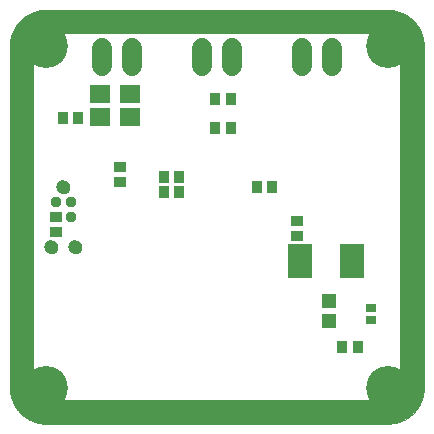
<source format=gbs>
G04 EAGLE Gerber RS-274X export*
G75*
%MOMM*%
%FSLAX35Y35*%
%LPD*%
%INsolder_mask_bottom*%
%IPPOS*%
%AMOC8*
5,1,8,0,0,1.08239X$1,22.5*%
G01*
%ADD10C,0.000000*%
%ADD11C,2.000000*%
%ADD12R,0.903200X1.103200*%
%ADD13R,1.103200X0.903200*%
%ADD14R,1.703200X1.503200*%
%ADD15R,2.003200X2.903200*%
%ADD16R,1.303200X1.203200*%
%ADD17C,1.193800*%
%ADD18C,1.727200*%
%ADD19R,0.903200X0.803200*%
%ADD20C,3.719200*%
%ADD21C,0.953200*%


D10*
X3200117Y3499817D02*
X300026Y3499983D01*
X300025Y3499983D02*
X292739Y3499885D01*
X285456Y3499610D01*
X278183Y3499159D01*
X270922Y3498531D01*
X263679Y3497728D01*
X256457Y3496749D01*
X249262Y3495595D01*
X242096Y3494267D01*
X234965Y3492766D01*
X227872Y3491092D01*
X220822Y3489247D01*
X213819Y3487231D01*
X206867Y3485046D01*
X199969Y3482693D01*
X193131Y3480173D01*
X186356Y3477489D01*
X179648Y3474640D01*
X173011Y3471630D01*
X166449Y3468460D01*
X159966Y3465132D01*
X153566Y3461647D01*
X147252Y3458008D01*
X141028Y3454218D01*
X134898Y3450277D01*
X128865Y3446189D01*
X122933Y3441955D01*
X117105Y3437579D01*
X111386Y3433063D01*
X105777Y3428410D01*
X100284Y3423622D01*
X94907Y3418702D01*
X89652Y3413653D01*
X84521Y3408478D01*
X79517Y3403180D01*
X74642Y3397763D01*
X69901Y3392229D01*
X65295Y3386581D01*
X60827Y3380824D01*
X56501Y3374959D01*
X52318Y3368992D01*
X48281Y3362925D01*
X44392Y3356761D01*
X40654Y3350506D01*
X37068Y3344161D01*
X33638Y3337731D01*
X30364Y3331220D01*
X27250Y3324632D01*
X24296Y3317970D01*
X21504Y3311238D01*
X18877Y3304441D01*
X16415Y3297581D01*
X14121Y3290665D01*
X11994Y3283694D01*
X10038Y3276674D01*
X8252Y3269609D01*
X6638Y3262502D01*
X5197Y3255358D01*
X3930Y3248182D01*
X2837Y3240977D01*
X1919Y3233747D01*
X1177Y3226497D01*
X611Y3219232D01*
X221Y3211955D01*
X8Y3204670D01*
X8Y3204671D02*
X92Y295129D01*
X91Y295129D02*
X238Y287825D01*
X565Y280527D01*
X1070Y273238D01*
X1754Y265965D01*
X2616Y258710D01*
X3656Y251478D01*
X4873Y244275D01*
X6267Y237103D01*
X7836Y229968D01*
X9580Y222873D01*
X11498Y215824D01*
X13587Y208823D01*
X15848Y201876D01*
X18279Y194986D01*
X20878Y188159D01*
X23644Y181397D01*
X26575Y174705D01*
X29670Y168086D01*
X32926Y161546D01*
X36341Y155088D01*
X39914Y148715D01*
X43642Y142432D01*
X47523Y136243D01*
X51555Y130150D01*
X55736Y124159D01*
X60062Y118271D01*
X64531Y112492D01*
X69141Y106824D01*
X73888Y101271D01*
X78770Y95836D01*
X83785Y90523D01*
X88928Y85334D01*
X94197Y80273D01*
X99588Y75343D01*
X105099Y70546D01*
X110726Y65887D01*
X116465Y61366D01*
X122314Y56988D01*
X128268Y52755D01*
X134325Y48670D01*
X140480Y44734D01*
X146730Y40950D01*
X153070Y37321D01*
X159498Y33848D01*
X166009Y30535D01*
X172600Y27382D01*
X179265Y24392D01*
X186003Y21566D01*
X192807Y18906D01*
X199675Y16415D01*
X206602Y14092D01*
X213584Y11941D01*
X220616Y9961D01*
X227695Y8154D01*
X234816Y6522D01*
X241975Y5065D01*
X249168Y3784D01*
X256390Y2680D01*
X263636Y1753D01*
X270904Y1005D01*
X278187Y435D01*
X285483Y44D01*
X292785Y-167D01*
X300091Y-200D01*
X300092Y-200D02*
X3200100Y-200D01*
X3207349Y-112D01*
X3214594Y150D01*
X3221830Y588D01*
X3229054Y1201D01*
X3236261Y1987D01*
X3243447Y2948D01*
X3250607Y4082D01*
X3257738Y5389D01*
X3264835Y6868D01*
X3271895Y8517D01*
X3278912Y10337D01*
X3285884Y12326D01*
X3292805Y14483D01*
X3299672Y16806D01*
X3306481Y19295D01*
X3313228Y21948D01*
X3319909Y24762D01*
X3326520Y27738D01*
X3333057Y30872D01*
X3339517Y34163D01*
X3345895Y37610D01*
X3352188Y41209D01*
X3358392Y44960D01*
X3364504Y48859D01*
X3370519Y52905D01*
X3376436Y57095D01*
X3382249Y61427D01*
X3387956Y65898D01*
X3393553Y70505D01*
X3399037Y75247D01*
X3404405Y80119D01*
X3409653Y85120D01*
X3414780Y90247D01*
X3419781Y95495D01*
X3424653Y100863D01*
X3429395Y106347D01*
X3434002Y111944D01*
X3438473Y117651D01*
X3442805Y123464D01*
X3446995Y129381D01*
X3451041Y135396D01*
X3454940Y141508D01*
X3458691Y147712D01*
X3462290Y154005D01*
X3465737Y160383D01*
X3469028Y166843D01*
X3472162Y173380D01*
X3475138Y179991D01*
X3477952Y186672D01*
X3480605Y193419D01*
X3483094Y200228D01*
X3485417Y207095D01*
X3487574Y214016D01*
X3489563Y220988D01*
X3491383Y228005D01*
X3493032Y235065D01*
X3494511Y242162D01*
X3495818Y249293D01*
X3496952Y256453D01*
X3497913Y263639D01*
X3498699Y270846D01*
X3499312Y278070D01*
X3499750Y285306D01*
X3500012Y292551D01*
X3500100Y299800D01*
X3500100Y3199817D01*
X3500010Y3207179D01*
X3499739Y3214537D01*
X3499287Y3221886D01*
X3498656Y3229221D01*
X3497844Y3236539D01*
X3496853Y3243835D01*
X3495684Y3251104D01*
X3494336Y3258342D01*
X3492811Y3265545D01*
X3491110Y3272708D01*
X3489234Y3279828D01*
X3487183Y3286899D01*
X3484960Y3293918D01*
X3482564Y3300880D01*
X3479999Y3307782D01*
X3477266Y3314618D01*
X3474365Y3321385D01*
X3471299Y3328079D01*
X3468070Y3334696D01*
X3464679Y3341231D01*
X3461129Y3347682D01*
X3457422Y3354043D01*
X3453559Y3360311D01*
X3449544Y3366483D01*
X3445379Y3372554D01*
X3441066Y3378521D01*
X3436608Y3384381D01*
X3432008Y3390129D01*
X3427268Y3395763D01*
X3422391Y3401279D01*
X3417380Y3406673D01*
X3412238Y3411943D01*
X3406969Y3417085D01*
X3401574Y3422096D01*
X3396059Y3426974D01*
X3390425Y3431714D01*
X3384677Y3436315D01*
X3378818Y3440773D01*
X3372851Y3445086D01*
X3366780Y3449252D01*
X3360609Y3453267D01*
X3354340Y3457130D01*
X3347980Y3460837D01*
X3341529Y3464388D01*
X3334994Y3467779D01*
X3328378Y3471009D01*
X3321684Y3474075D01*
X3314917Y3476976D01*
X3308081Y3479710D01*
X3301180Y3482276D01*
X3294218Y3484671D01*
X3287199Y3486895D01*
X3280128Y3488946D01*
X3273008Y3490823D01*
X3265845Y3492524D01*
X3258642Y3494050D01*
X3251404Y3495398D01*
X3244135Y3496568D01*
X3236839Y3497559D01*
X3229521Y3498371D01*
X3222186Y3499003D01*
X3214837Y3499455D01*
X3207479Y3499726D01*
X3200117Y3499817D01*
D11*
X100000Y3200000D02*
X100000Y300000D01*
X100000Y3200000D02*
X100058Y3204833D01*
X100234Y3209663D01*
X100525Y3214487D01*
X100934Y3219303D01*
X101458Y3224107D01*
X102099Y3228898D01*
X102855Y3233671D01*
X103726Y3238425D01*
X104712Y3243157D01*
X105812Y3247863D01*
X107025Y3252541D01*
X108351Y3257189D01*
X109789Y3261803D01*
X111338Y3266382D01*
X112997Y3270921D01*
X114765Y3275419D01*
X116642Y3279873D01*
X118625Y3284280D01*
X120715Y3288638D01*
X122909Y3292945D01*
X125206Y3297197D01*
X127606Y3301392D01*
X130106Y3305528D01*
X132706Y3309603D01*
X135403Y3313613D01*
X138197Y3317557D01*
X141084Y3321433D01*
X144065Y3325237D01*
X147137Y3328968D01*
X150298Y3332625D01*
X153546Y3336203D01*
X156880Y3339702D01*
X160298Y3343120D01*
X163797Y3346454D01*
X167375Y3349702D01*
X171032Y3352863D01*
X174763Y3355935D01*
X178567Y3358916D01*
X182443Y3361803D01*
X186387Y3364597D01*
X190397Y3367294D01*
X194472Y3369894D01*
X198608Y3372394D01*
X202803Y3374794D01*
X207055Y3377091D01*
X211362Y3379285D01*
X215720Y3381375D01*
X220127Y3383358D01*
X224581Y3385235D01*
X229079Y3387003D01*
X233618Y3388662D01*
X238197Y3390211D01*
X242811Y3391649D01*
X247459Y3392975D01*
X252137Y3394188D01*
X256843Y3395288D01*
X261575Y3396274D01*
X266329Y3397145D01*
X271102Y3397901D01*
X275893Y3398542D01*
X280697Y3399066D01*
X285513Y3399475D01*
X290337Y3399766D01*
X295167Y3399942D01*
X300000Y3400000D01*
X3200000Y3400000D01*
X3204833Y3399942D01*
X3209663Y3399766D01*
X3214487Y3399475D01*
X3219303Y3399066D01*
X3224107Y3398542D01*
X3228898Y3397901D01*
X3233671Y3397145D01*
X3238425Y3396274D01*
X3243157Y3395288D01*
X3247863Y3394188D01*
X3252541Y3392975D01*
X3257189Y3391649D01*
X3261803Y3390211D01*
X3266382Y3388662D01*
X3270921Y3387003D01*
X3275419Y3385235D01*
X3279873Y3383358D01*
X3284280Y3381375D01*
X3288638Y3379285D01*
X3292945Y3377091D01*
X3297197Y3374794D01*
X3301392Y3372394D01*
X3305528Y3369894D01*
X3309603Y3367294D01*
X3313613Y3364597D01*
X3317557Y3361803D01*
X3321433Y3358916D01*
X3325237Y3355935D01*
X3328968Y3352863D01*
X3332625Y3349702D01*
X3336203Y3346454D01*
X3339702Y3343120D01*
X3343120Y3339702D01*
X3346454Y3336203D01*
X3349702Y3332625D01*
X3352863Y3328968D01*
X3355935Y3325237D01*
X3358916Y3321433D01*
X3361803Y3317557D01*
X3364597Y3313613D01*
X3367294Y3309603D01*
X3369894Y3305528D01*
X3372394Y3301392D01*
X3374794Y3297197D01*
X3377091Y3292945D01*
X3379285Y3288638D01*
X3381375Y3284280D01*
X3383358Y3279873D01*
X3385235Y3275419D01*
X3387003Y3270921D01*
X3388662Y3266382D01*
X3390211Y3261803D01*
X3391649Y3257189D01*
X3392975Y3252541D01*
X3394188Y3247863D01*
X3395288Y3243157D01*
X3396274Y3238425D01*
X3397145Y3233671D01*
X3397901Y3228898D01*
X3398542Y3224107D01*
X3399066Y3219303D01*
X3399475Y3214487D01*
X3399766Y3209663D01*
X3399942Y3204833D01*
X3400000Y3200000D01*
X3400000Y300000D01*
X3399942Y295167D01*
X3399766Y290337D01*
X3399475Y285513D01*
X3399066Y280697D01*
X3398542Y275893D01*
X3397901Y271102D01*
X3397145Y266329D01*
X3396274Y261575D01*
X3395288Y256843D01*
X3394188Y252137D01*
X3392975Y247459D01*
X3391649Y242811D01*
X3390211Y238197D01*
X3388662Y233618D01*
X3387003Y229079D01*
X3385235Y224581D01*
X3383358Y220127D01*
X3381375Y215720D01*
X3379285Y211362D01*
X3377091Y207055D01*
X3374794Y202803D01*
X3372394Y198608D01*
X3369894Y194472D01*
X3367294Y190397D01*
X3364597Y186387D01*
X3361803Y182443D01*
X3358916Y178567D01*
X3355935Y174763D01*
X3352863Y171032D01*
X3349702Y167375D01*
X3346454Y163797D01*
X3343120Y160298D01*
X3339702Y156880D01*
X3336203Y153546D01*
X3332625Y150298D01*
X3328968Y147137D01*
X3325237Y144065D01*
X3321433Y141084D01*
X3317557Y138197D01*
X3313613Y135403D01*
X3309603Y132706D01*
X3305528Y130106D01*
X3301392Y127606D01*
X3297197Y125206D01*
X3292945Y122909D01*
X3288638Y120715D01*
X3284280Y118625D01*
X3279873Y116642D01*
X3275419Y114765D01*
X3270921Y112997D01*
X3266382Y111338D01*
X3261803Y109789D01*
X3257189Y108351D01*
X3252541Y107025D01*
X3247863Y105812D01*
X3243157Y104712D01*
X3238425Y103726D01*
X3233671Y102855D01*
X3228898Y102099D01*
X3224107Y101458D01*
X3219303Y100934D01*
X3214487Y100525D01*
X3209663Y100234D01*
X3204833Y100058D01*
X3200000Y100000D01*
X300000Y100000D01*
X295167Y100058D01*
X290337Y100234D01*
X285513Y100525D01*
X280697Y100934D01*
X275893Y101458D01*
X271102Y102099D01*
X266329Y102855D01*
X261575Y103726D01*
X256843Y104712D01*
X252137Y105812D01*
X247459Y107025D01*
X242811Y108351D01*
X238197Y109789D01*
X233618Y111338D01*
X229079Y112997D01*
X224581Y114765D01*
X220127Y116642D01*
X215720Y118625D01*
X211362Y120715D01*
X207055Y122909D01*
X202803Y125206D01*
X198608Y127606D01*
X194472Y130106D01*
X190397Y132706D01*
X186387Y135403D01*
X182443Y138197D01*
X178567Y141084D01*
X174763Y144065D01*
X171032Y147137D01*
X167375Y150298D01*
X163797Y153546D01*
X160298Y156880D01*
X156880Y160298D01*
X153546Y163797D01*
X150298Y167375D01*
X147137Y171032D01*
X144065Y174763D01*
X141084Y178567D01*
X138197Y182443D01*
X135403Y186387D01*
X132706Y190397D01*
X130106Y194472D01*
X127606Y198608D01*
X125206Y202803D01*
X122909Y207055D01*
X120715Y211362D01*
X118625Y215720D01*
X116642Y220127D01*
X114765Y224581D01*
X112997Y229079D01*
X111338Y233618D01*
X109789Y238197D01*
X108351Y242811D01*
X107025Y247459D01*
X105812Y252137D01*
X104712Y256843D01*
X103726Y261575D01*
X102855Y266329D01*
X102099Y271102D01*
X101458Y275893D01*
X100934Y280697D01*
X100525Y285513D01*
X100234Y290337D01*
X100058Y295167D01*
X100000Y300000D01*
D12*
X1865000Y2750000D03*
X1735000Y2750000D03*
X1735000Y2500000D03*
X1865000Y2500000D03*
X1427500Y2087500D03*
X1297500Y2087500D03*
X2215000Y2000000D03*
X2085000Y2000000D03*
X1427500Y1962500D03*
X1297500Y1962500D03*
D13*
X387500Y1622500D03*
X387500Y1752500D03*
X927000Y2173500D03*
X927000Y2043500D03*
X2425000Y1585000D03*
X2425000Y1715000D03*
D12*
X2810000Y650000D03*
X2940000Y650000D03*
D14*
X1016000Y2787400D03*
X1016000Y2597400D03*
D15*
X2895000Y1375000D03*
X2455000Y1375000D03*
D16*
X2700000Y865000D03*
X2700000Y1035000D03*
D10*
X400470Y2000000D02*
X400485Y2001216D01*
X400530Y2002430D01*
X400604Y2003644D01*
X400709Y2004855D01*
X400842Y2006063D01*
X401006Y2007268D01*
X401199Y2008468D01*
X401422Y2009663D01*
X401673Y2010852D01*
X401954Y2012035D01*
X402264Y2013210D01*
X402603Y2014378D01*
X402970Y2015537D01*
X403365Y2016686D01*
X403789Y2017826D01*
X404240Y2018954D01*
X404719Y2020072D01*
X405225Y2021177D01*
X405759Y2022269D01*
X406318Y2023348D01*
X406905Y2024413D01*
X407517Y2025464D01*
X408154Y2026498D01*
X408817Y2027517D01*
X409505Y2028520D01*
X410217Y2029505D01*
X410953Y2030472D01*
X411713Y2031421D01*
X412495Y2032352D01*
X413301Y2033262D01*
X414128Y2034153D01*
X414977Y2035023D01*
X415847Y2035872D01*
X416738Y2036699D01*
X417648Y2037505D01*
X418579Y2038287D01*
X419528Y2039047D01*
X420495Y2039783D01*
X421480Y2040495D01*
X422483Y2041183D01*
X423502Y2041846D01*
X424536Y2042483D01*
X425587Y2043095D01*
X426652Y2043682D01*
X427731Y2044241D01*
X428823Y2044775D01*
X429928Y2045281D01*
X431046Y2045760D01*
X432174Y2046211D01*
X433314Y2046635D01*
X434463Y2047030D01*
X435622Y2047397D01*
X436790Y2047736D01*
X437965Y2048046D01*
X439148Y2048327D01*
X440337Y2048578D01*
X441532Y2048801D01*
X442732Y2048994D01*
X443937Y2049158D01*
X445145Y2049291D01*
X446356Y2049396D01*
X447570Y2049470D01*
X448784Y2049515D01*
X450000Y2049530D01*
X451216Y2049515D01*
X452430Y2049470D01*
X453644Y2049396D01*
X454855Y2049291D01*
X456063Y2049158D01*
X457268Y2048994D01*
X458468Y2048801D01*
X459663Y2048578D01*
X460852Y2048327D01*
X462035Y2048046D01*
X463210Y2047736D01*
X464378Y2047397D01*
X465537Y2047030D01*
X466686Y2046635D01*
X467826Y2046211D01*
X468954Y2045760D01*
X470072Y2045281D01*
X471177Y2044775D01*
X472269Y2044241D01*
X473348Y2043682D01*
X474413Y2043095D01*
X475464Y2042483D01*
X476498Y2041846D01*
X477517Y2041183D01*
X478520Y2040495D01*
X479505Y2039783D01*
X480472Y2039047D01*
X481421Y2038287D01*
X482352Y2037505D01*
X483262Y2036699D01*
X484153Y2035872D01*
X485023Y2035023D01*
X485872Y2034153D01*
X486699Y2033262D01*
X487505Y2032352D01*
X488287Y2031421D01*
X489047Y2030472D01*
X489783Y2029505D01*
X490495Y2028520D01*
X491183Y2027517D01*
X491846Y2026498D01*
X492483Y2025464D01*
X493095Y2024413D01*
X493682Y2023348D01*
X494241Y2022269D01*
X494775Y2021177D01*
X495281Y2020072D01*
X495760Y2018954D01*
X496211Y2017826D01*
X496635Y2016686D01*
X497030Y2015537D01*
X497397Y2014378D01*
X497736Y2013210D01*
X498046Y2012035D01*
X498327Y2010852D01*
X498578Y2009663D01*
X498801Y2008468D01*
X498994Y2007268D01*
X499158Y2006063D01*
X499291Y2004855D01*
X499396Y2003644D01*
X499470Y2002430D01*
X499515Y2001216D01*
X499530Y2000000D01*
X499515Y1998784D01*
X499470Y1997570D01*
X499396Y1996356D01*
X499291Y1995145D01*
X499158Y1993937D01*
X498994Y1992732D01*
X498801Y1991532D01*
X498578Y1990337D01*
X498327Y1989148D01*
X498046Y1987965D01*
X497736Y1986790D01*
X497397Y1985622D01*
X497030Y1984463D01*
X496635Y1983314D01*
X496211Y1982174D01*
X495760Y1981046D01*
X495281Y1979928D01*
X494775Y1978823D01*
X494241Y1977731D01*
X493682Y1976652D01*
X493095Y1975587D01*
X492483Y1974536D01*
X491846Y1973502D01*
X491183Y1972483D01*
X490495Y1971480D01*
X489783Y1970495D01*
X489047Y1969528D01*
X488287Y1968579D01*
X487505Y1967648D01*
X486699Y1966738D01*
X485872Y1965847D01*
X485023Y1964977D01*
X484153Y1964128D01*
X483262Y1963301D01*
X482352Y1962495D01*
X481421Y1961713D01*
X480472Y1960953D01*
X479505Y1960217D01*
X478520Y1959505D01*
X477517Y1958817D01*
X476498Y1958154D01*
X475464Y1957517D01*
X474413Y1956905D01*
X473348Y1956318D01*
X472269Y1955759D01*
X471177Y1955225D01*
X470072Y1954719D01*
X468954Y1954240D01*
X467826Y1953789D01*
X466686Y1953365D01*
X465537Y1952970D01*
X464378Y1952603D01*
X463210Y1952264D01*
X462035Y1951954D01*
X460852Y1951673D01*
X459663Y1951422D01*
X458468Y1951199D01*
X457268Y1951006D01*
X456063Y1950842D01*
X454855Y1950709D01*
X453644Y1950604D01*
X452430Y1950530D01*
X451216Y1950485D01*
X450000Y1950470D01*
X448784Y1950485D01*
X447570Y1950530D01*
X446356Y1950604D01*
X445145Y1950709D01*
X443937Y1950842D01*
X442732Y1951006D01*
X441532Y1951199D01*
X440337Y1951422D01*
X439148Y1951673D01*
X437965Y1951954D01*
X436790Y1952264D01*
X435622Y1952603D01*
X434463Y1952970D01*
X433314Y1953365D01*
X432174Y1953789D01*
X431046Y1954240D01*
X429928Y1954719D01*
X428823Y1955225D01*
X427731Y1955759D01*
X426652Y1956318D01*
X425587Y1956905D01*
X424536Y1957517D01*
X423502Y1958154D01*
X422483Y1958817D01*
X421480Y1959505D01*
X420495Y1960217D01*
X419528Y1960953D01*
X418579Y1961713D01*
X417648Y1962495D01*
X416738Y1963301D01*
X415847Y1964128D01*
X414977Y1964977D01*
X414128Y1965847D01*
X413301Y1966738D01*
X412495Y1967648D01*
X411713Y1968579D01*
X410953Y1969528D01*
X410217Y1970495D01*
X409505Y1971480D01*
X408817Y1972483D01*
X408154Y1973502D01*
X407517Y1974536D01*
X406905Y1975587D01*
X406318Y1976652D01*
X405759Y1977731D01*
X405225Y1978823D01*
X404719Y1979928D01*
X404240Y1981046D01*
X403789Y1982174D01*
X403365Y1983314D01*
X402970Y1984463D01*
X402603Y1985622D01*
X402264Y1986790D01*
X401954Y1987965D01*
X401673Y1989148D01*
X401422Y1990337D01*
X401199Y1991532D01*
X401006Y1992732D01*
X400842Y1993937D01*
X400709Y1995145D01*
X400604Y1996356D01*
X400530Y1997570D01*
X400485Y1998784D01*
X400470Y2000000D01*
D17*
X450000Y2000000D03*
D10*
X298870Y1492000D02*
X298885Y1493216D01*
X298930Y1494430D01*
X299004Y1495644D01*
X299109Y1496855D01*
X299242Y1498063D01*
X299406Y1499268D01*
X299599Y1500468D01*
X299822Y1501663D01*
X300073Y1502852D01*
X300354Y1504035D01*
X300664Y1505210D01*
X301003Y1506378D01*
X301370Y1507537D01*
X301765Y1508686D01*
X302189Y1509826D01*
X302640Y1510954D01*
X303119Y1512072D01*
X303625Y1513177D01*
X304159Y1514269D01*
X304718Y1515348D01*
X305305Y1516413D01*
X305917Y1517464D01*
X306554Y1518498D01*
X307217Y1519517D01*
X307905Y1520520D01*
X308617Y1521505D01*
X309353Y1522472D01*
X310113Y1523421D01*
X310895Y1524352D01*
X311701Y1525262D01*
X312528Y1526153D01*
X313377Y1527023D01*
X314247Y1527872D01*
X315138Y1528699D01*
X316048Y1529505D01*
X316979Y1530287D01*
X317928Y1531047D01*
X318895Y1531783D01*
X319880Y1532495D01*
X320883Y1533183D01*
X321902Y1533846D01*
X322936Y1534483D01*
X323987Y1535095D01*
X325052Y1535682D01*
X326131Y1536241D01*
X327223Y1536775D01*
X328328Y1537281D01*
X329446Y1537760D01*
X330574Y1538211D01*
X331714Y1538635D01*
X332863Y1539030D01*
X334022Y1539397D01*
X335190Y1539736D01*
X336365Y1540046D01*
X337548Y1540327D01*
X338737Y1540578D01*
X339932Y1540801D01*
X341132Y1540994D01*
X342337Y1541158D01*
X343545Y1541291D01*
X344756Y1541396D01*
X345970Y1541470D01*
X347184Y1541515D01*
X348400Y1541530D01*
X349616Y1541515D01*
X350830Y1541470D01*
X352044Y1541396D01*
X353255Y1541291D01*
X354463Y1541158D01*
X355668Y1540994D01*
X356868Y1540801D01*
X358063Y1540578D01*
X359252Y1540327D01*
X360435Y1540046D01*
X361610Y1539736D01*
X362778Y1539397D01*
X363937Y1539030D01*
X365086Y1538635D01*
X366226Y1538211D01*
X367354Y1537760D01*
X368472Y1537281D01*
X369577Y1536775D01*
X370669Y1536241D01*
X371748Y1535682D01*
X372813Y1535095D01*
X373864Y1534483D01*
X374898Y1533846D01*
X375917Y1533183D01*
X376920Y1532495D01*
X377905Y1531783D01*
X378872Y1531047D01*
X379821Y1530287D01*
X380752Y1529505D01*
X381662Y1528699D01*
X382553Y1527872D01*
X383423Y1527023D01*
X384272Y1526153D01*
X385099Y1525262D01*
X385905Y1524352D01*
X386687Y1523421D01*
X387447Y1522472D01*
X388183Y1521505D01*
X388895Y1520520D01*
X389583Y1519517D01*
X390246Y1518498D01*
X390883Y1517464D01*
X391495Y1516413D01*
X392082Y1515348D01*
X392641Y1514269D01*
X393175Y1513177D01*
X393681Y1512072D01*
X394160Y1510954D01*
X394611Y1509826D01*
X395035Y1508686D01*
X395430Y1507537D01*
X395797Y1506378D01*
X396136Y1505210D01*
X396446Y1504035D01*
X396727Y1502852D01*
X396978Y1501663D01*
X397201Y1500468D01*
X397394Y1499268D01*
X397558Y1498063D01*
X397691Y1496855D01*
X397796Y1495644D01*
X397870Y1494430D01*
X397915Y1493216D01*
X397930Y1492000D01*
X397915Y1490784D01*
X397870Y1489570D01*
X397796Y1488356D01*
X397691Y1487145D01*
X397558Y1485937D01*
X397394Y1484732D01*
X397201Y1483532D01*
X396978Y1482337D01*
X396727Y1481148D01*
X396446Y1479965D01*
X396136Y1478790D01*
X395797Y1477622D01*
X395430Y1476463D01*
X395035Y1475314D01*
X394611Y1474174D01*
X394160Y1473046D01*
X393681Y1471928D01*
X393175Y1470823D01*
X392641Y1469731D01*
X392082Y1468652D01*
X391495Y1467587D01*
X390883Y1466536D01*
X390246Y1465502D01*
X389583Y1464483D01*
X388895Y1463480D01*
X388183Y1462495D01*
X387447Y1461528D01*
X386687Y1460579D01*
X385905Y1459648D01*
X385099Y1458738D01*
X384272Y1457847D01*
X383423Y1456977D01*
X382553Y1456128D01*
X381662Y1455301D01*
X380752Y1454495D01*
X379821Y1453713D01*
X378872Y1452953D01*
X377905Y1452217D01*
X376920Y1451505D01*
X375917Y1450817D01*
X374898Y1450154D01*
X373864Y1449517D01*
X372813Y1448905D01*
X371748Y1448318D01*
X370669Y1447759D01*
X369577Y1447225D01*
X368472Y1446719D01*
X367354Y1446240D01*
X366226Y1445789D01*
X365086Y1445365D01*
X363937Y1444970D01*
X362778Y1444603D01*
X361610Y1444264D01*
X360435Y1443954D01*
X359252Y1443673D01*
X358063Y1443422D01*
X356868Y1443199D01*
X355668Y1443006D01*
X354463Y1442842D01*
X353255Y1442709D01*
X352044Y1442604D01*
X350830Y1442530D01*
X349616Y1442485D01*
X348400Y1442470D01*
X347184Y1442485D01*
X345970Y1442530D01*
X344756Y1442604D01*
X343545Y1442709D01*
X342337Y1442842D01*
X341132Y1443006D01*
X339932Y1443199D01*
X338737Y1443422D01*
X337548Y1443673D01*
X336365Y1443954D01*
X335190Y1444264D01*
X334022Y1444603D01*
X332863Y1444970D01*
X331714Y1445365D01*
X330574Y1445789D01*
X329446Y1446240D01*
X328328Y1446719D01*
X327223Y1447225D01*
X326131Y1447759D01*
X325052Y1448318D01*
X323987Y1448905D01*
X322936Y1449517D01*
X321902Y1450154D01*
X320883Y1450817D01*
X319880Y1451505D01*
X318895Y1452217D01*
X317928Y1452953D01*
X316979Y1453713D01*
X316048Y1454495D01*
X315138Y1455301D01*
X314247Y1456128D01*
X313377Y1456977D01*
X312528Y1457847D01*
X311701Y1458738D01*
X310895Y1459648D01*
X310113Y1460579D01*
X309353Y1461528D01*
X308617Y1462495D01*
X307905Y1463480D01*
X307217Y1464483D01*
X306554Y1465502D01*
X305917Y1466536D01*
X305305Y1467587D01*
X304718Y1468652D01*
X304159Y1469731D01*
X303625Y1470823D01*
X303119Y1471928D01*
X302640Y1473046D01*
X302189Y1474174D01*
X301765Y1475314D01*
X301370Y1476463D01*
X301003Y1477622D01*
X300664Y1478790D01*
X300354Y1479965D01*
X300073Y1481148D01*
X299822Y1482337D01*
X299599Y1483532D01*
X299406Y1484732D01*
X299242Y1485937D01*
X299109Y1487145D01*
X299004Y1488356D01*
X298930Y1489570D01*
X298885Y1490784D01*
X298870Y1492000D01*
D17*
X348400Y1492000D03*
D10*
X502070Y1492000D02*
X502085Y1493216D01*
X502130Y1494430D01*
X502204Y1495644D01*
X502309Y1496855D01*
X502442Y1498063D01*
X502606Y1499268D01*
X502799Y1500468D01*
X503022Y1501663D01*
X503273Y1502852D01*
X503554Y1504035D01*
X503864Y1505210D01*
X504203Y1506378D01*
X504570Y1507537D01*
X504965Y1508686D01*
X505389Y1509826D01*
X505840Y1510954D01*
X506319Y1512072D01*
X506825Y1513177D01*
X507359Y1514269D01*
X507918Y1515348D01*
X508505Y1516413D01*
X509117Y1517464D01*
X509754Y1518498D01*
X510417Y1519517D01*
X511105Y1520520D01*
X511817Y1521505D01*
X512553Y1522472D01*
X513313Y1523421D01*
X514095Y1524352D01*
X514901Y1525262D01*
X515728Y1526153D01*
X516577Y1527023D01*
X517447Y1527872D01*
X518338Y1528699D01*
X519248Y1529505D01*
X520179Y1530287D01*
X521128Y1531047D01*
X522095Y1531783D01*
X523080Y1532495D01*
X524083Y1533183D01*
X525102Y1533846D01*
X526136Y1534483D01*
X527187Y1535095D01*
X528252Y1535682D01*
X529331Y1536241D01*
X530423Y1536775D01*
X531528Y1537281D01*
X532646Y1537760D01*
X533774Y1538211D01*
X534914Y1538635D01*
X536063Y1539030D01*
X537222Y1539397D01*
X538390Y1539736D01*
X539565Y1540046D01*
X540748Y1540327D01*
X541937Y1540578D01*
X543132Y1540801D01*
X544332Y1540994D01*
X545537Y1541158D01*
X546745Y1541291D01*
X547956Y1541396D01*
X549170Y1541470D01*
X550384Y1541515D01*
X551600Y1541530D01*
X552816Y1541515D01*
X554030Y1541470D01*
X555244Y1541396D01*
X556455Y1541291D01*
X557663Y1541158D01*
X558868Y1540994D01*
X560068Y1540801D01*
X561263Y1540578D01*
X562452Y1540327D01*
X563635Y1540046D01*
X564810Y1539736D01*
X565978Y1539397D01*
X567137Y1539030D01*
X568286Y1538635D01*
X569426Y1538211D01*
X570554Y1537760D01*
X571672Y1537281D01*
X572777Y1536775D01*
X573869Y1536241D01*
X574948Y1535682D01*
X576013Y1535095D01*
X577064Y1534483D01*
X578098Y1533846D01*
X579117Y1533183D01*
X580120Y1532495D01*
X581105Y1531783D01*
X582072Y1531047D01*
X583021Y1530287D01*
X583952Y1529505D01*
X584862Y1528699D01*
X585753Y1527872D01*
X586623Y1527023D01*
X587472Y1526153D01*
X588299Y1525262D01*
X589105Y1524352D01*
X589887Y1523421D01*
X590647Y1522472D01*
X591383Y1521505D01*
X592095Y1520520D01*
X592783Y1519517D01*
X593446Y1518498D01*
X594083Y1517464D01*
X594695Y1516413D01*
X595282Y1515348D01*
X595841Y1514269D01*
X596375Y1513177D01*
X596881Y1512072D01*
X597360Y1510954D01*
X597811Y1509826D01*
X598235Y1508686D01*
X598630Y1507537D01*
X598997Y1506378D01*
X599336Y1505210D01*
X599646Y1504035D01*
X599927Y1502852D01*
X600178Y1501663D01*
X600401Y1500468D01*
X600594Y1499268D01*
X600758Y1498063D01*
X600891Y1496855D01*
X600996Y1495644D01*
X601070Y1494430D01*
X601115Y1493216D01*
X601130Y1492000D01*
X601115Y1490784D01*
X601070Y1489570D01*
X600996Y1488356D01*
X600891Y1487145D01*
X600758Y1485937D01*
X600594Y1484732D01*
X600401Y1483532D01*
X600178Y1482337D01*
X599927Y1481148D01*
X599646Y1479965D01*
X599336Y1478790D01*
X598997Y1477622D01*
X598630Y1476463D01*
X598235Y1475314D01*
X597811Y1474174D01*
X597360Y1473046D01*
X596881Y1471928D01*
X596375Y1470823D01*
X595841Y1469731D01*
X595282Y1468652D01*
X594695Y1467587D01*
X594083Y1466536D01*
X593446Y1465502D01*
X592783Y1464483D01*
X592095Y1463480D01*
X591383Y1462495D01*
X590647Y1461528D01*
X589887Y1460579D01*
X589105Y1459648D01*
X588299Y1458738D01*
X587472Y1457847D01*
X586623Y1456977D01*
X585753Y1456128D01*
X584862Y1455301D01*
X583952Y1454495D01*
X583021Y1453713D01*
X582072Y1452953D01*
X581105Y1452217D01*
X580120Y1451505D01*
X579117Y1450817D01*
X578098Y1450154D01*
X577064Y1449517D01*
X576013Y1448905D01*
X574948Y1448318D01*
X573869Y1447759D01*
X572777Y1447225D01*
X571672Y1446719D01*
X570554Y1446240D01*
X569426Y1445789D01*
X568286Y1445365D01*
X567137Y1444970D01*
X565978Y1444603D01*
X564810Y1444264D01*
X563635Y1443954D01*
X562452Y1443673D01*
X561263Y1443422D01*
X560068Y1443199D01*
X558868Y1443006D01*
X557663Y1442842D01*
X556455Y1442709D01*
X555244Y1442604D01*
X554030Y1442530D01*
X552816Y1442485D01*
X551600Y1442470D01*
X550384Y1442485D01*
X549170Y1442530D01*
X547956Y1442604D01*
X546745Y1442709D01*
X545537Y1442842D01*
X544332Y1443006D01*
X543132Y1443199D01*
X541937Y1443422D01*
X540748Y1443673D01*
X539565Y1443954D01*
X538390Y1444264D01*
X537222Y1444603D01*
X536063Y1444970D01*
X534914Y1445365D01*
X533774Y1445789D01*
X532646Y1446240D01*
X531528Y1446719D01*
X530423Y1447225D01*
X529331Y1447759D01*
X528252Y1448318D01*
X527187Y1448905D01*
X526136Y1449517D01*
X525102Y1450154D01*
X524083Y1450817D01*
X523080Y1451505D01*
X522095Y1452217D01*
X521128Y1452953D01*
X520179Y1453713D01*
X519248Y1454495D01*
X518338Y1455301D01*
X517447Y1456128D01*
X516577Y1456977D01*
X515728Y1457847D01*
X514901Y1458738D01*
X514095Y1459648D01*
X513313Y1460579D01*
X512553Y1461528D01*
X511817Y1462495D01*
X511105Y1463480D01*
X510417Y1464483D01*
X509754Y1465502D01*
X509117Y1466536D01*
X508505Y1467587D01*
X507918Y1468652D01*
X507359Y1469731D01*
X506825Y1470823D01*
X506319Y1471928D01*
X505840Y1473046D01*
X505389Y1474174D01*
X504965Y1475314D01*
X504570Y1476463D01*
X504203Y1477622D01*
X503864Y1478790D01*
X503554Y1479965D01*
X503273Y1481148D01*
X503022Y1482337D01*
X502799Y1483532D01*
X502606Y1484732D01*
X502442Y1485937D01*
X502309Y1487145D01*
X502204Y1488356D01*
X502130Y1489570D01*
X502085Y1490784D01*
X502070Y1492000D01*
D17*
X551600Y1492000D03*
D18*
X1877000Y3023800D02*
X1877000Y3176200D01*
X1623000Y3176200D02*
X1623000Y3023800D01*
X1027000Y3023800D02*
X1027000Y3176200D01*
X773000Y3176200D02*
X773000Y3023800D01*
X2727000Y3023800D02*
X2727000Y3176200D01*
X2473000Y3176200D02*
X2473000Y3023800D01*
D19*
X3050000Y975000D03*
X3050000Y875000D03*
D12*
X573000Y2590800D03*
X443000Y2590800D03*
D14*
X762000Y2597400D03*
X762000Y2787400D03*
D20*
X300000Y3200000D03*
X3200000Y3200000D03*
X3200000Y300000D03*
X300000Y300000D03*
D21*
X386000Y1619000D03*
X386000Y1873000D03*
X514000Y1873000D03*
X386000Y1746000D03*
X514000Y1746000D03*
M02*

</source>
